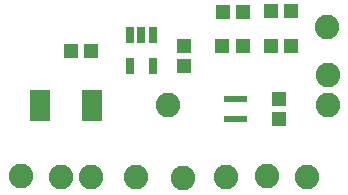
<source format=gts>
G75*
%MOIN*%
%OFA0B0*%
%FSLAX25Y25*%
%IPPOS*%
%LPD*%
%AMOC8*
5,1,8,0,0,1.08239X$1,22.5*
%
%ADD10C,0.08200*%
%ADD11R,0.05131X0.04737*%
%ADD12R,0.04737X0.05131*%
%ADD13R,0.02004X0.02408*%
%ADD14R,0.02004X0.02401*%
%ADD15R,0.06700X0.02500*%
%ADD16R,0.02965X0.05524*%
D10*
X0062312Y0033769D03*
X0075894Y0033690D03*
X0085894Y0033690D03*
X0100737Y0033375D03*
X0116367Y0033178D03*
X0130658Y0033375D03*
X0144359Y0033769D03*
X0157824Y0033650D03*
X0164792Y0057469D03*
X0164792Y0067469D03*
X0164517Y0083454D03*
X0111603Y0057469D03*
D11*
X0129595Y0077154D03*
X0136288Y0077154D03*
X0145855Y0077076D03*
X0152548Y0077076D03*
X0152312Y0088729D03*
X0145619Y0088729D03*
X0136446Y0088454D03*
X0129753Y0088454D03*
X0085698Y0075501D03*
X0079005Y0075501D03*
D12*
X0116879Y0077076D03*
X0116879Y0070383D03*
X0148335Y0059438D03*
X0148335Y0052745D03*
D13*
X0136879Y0052981D03*
X0132942Y0052981D03*
X0130973Y0052981D03*
X0130973Y0059477D03*
X0132942Y0059477D03*
X0134910Y0059477D03*
X0136879Y0059477D03*
D14*
X0134910Y0052981D03*
D15*
X0086030Y0053591D03*
X0086030Y0056091D03*
X0086030Y0058691D03*
X0086030Y0061191D03*
X0068830Y0061191D03*
X0068830Y0058691D03*
X0068830Y0056091D03*
X0068830Y0053591D03*
D16*
X0098847Y0070461D03*
X0106328Y0070461D03*
X0106328Y0080698D03*
X0102587Y0080698D03*
X0098847Y0080698D03*
M02*

</source>
